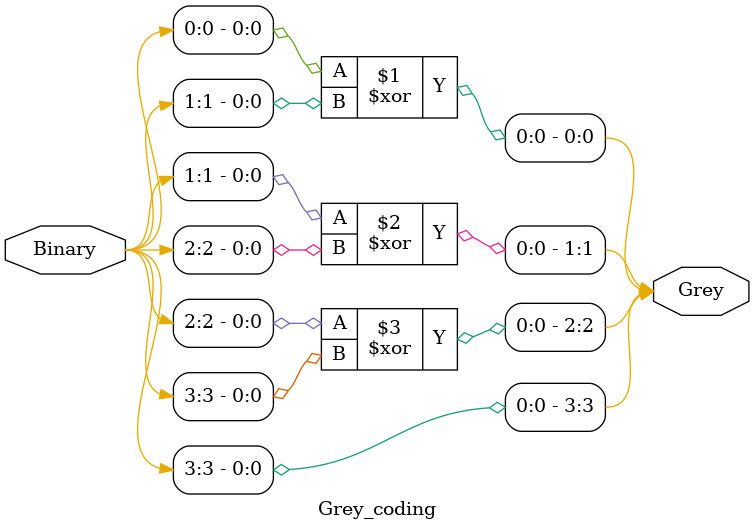
<source format=v>
module Grey_coding #(parameter ADDR_WIDTH = 4)(
    input wire      [ADDR_WIDTH - 1 : 0]   Binary,

    output wire     [ADDR_WIDTH - 1 : 0]   Grey
);

    genvar i;
    

    assign Grey[ADDR_WIDTH - 1]    = Binary[ADDR_WIDTH - 1];


    generate 
        for (i = 0; i < ADDR_WIDTH - 1; i = i + 1)
            begin
                assign Grey[i] = Binary[i] ^ Binary[i+1];
            end
    endgenerate


endmodule
</source>
